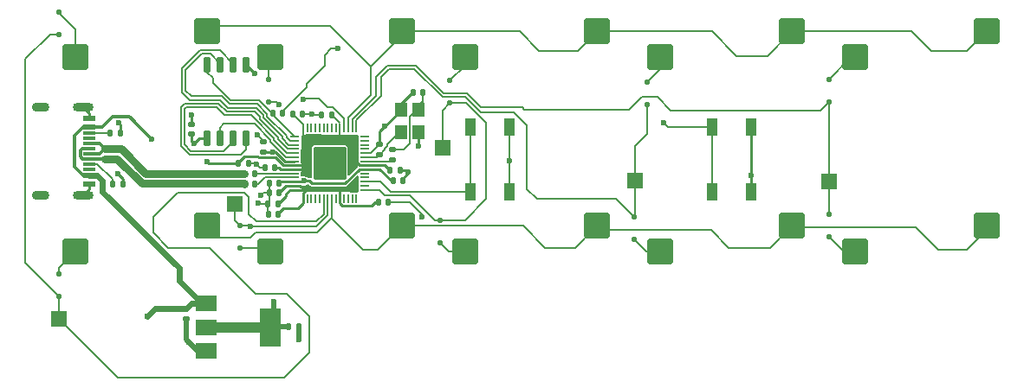
<source format=gbr>
%TF.GenerationSoftware,KiCad,Pcbnew,(7.0.0-0)*%
%TF.CreationDate,2023-04-10T20:33:14-04:00*%
%TF.ProjectId,KnGYT,4b6e4759-542e-46b6-9963-61645f706362,rev?*%
%TF.SameCoordinates,Original*%
%TF.FileFunction,Copper,L2,Bot*%
%TF.FilePolarity,Positive*%
%FSLAX46Y46*%
G04 Gerber Fmt 4.6, Leading zero omitted, Abs format (unit mm)*
G04 Created by KiCad (PCBNEW (7.0.0-0)) date 2023-04-10 20:33:14*
%MOMM*%
%LPD*%
G01*
G04 APERTURE LIST*
G04 Aperture macros list*
%AMRoundRect*
0 Rectangle with rounded corners*
0 $1 Rounding radius*
0 $2 $3 $4 $5 $6 $7 $8 $9 X,Y pos of 4 corners*
0 Add a 4 corners polygon primitive as box body*
4,1,4,$2,$3,$4,$5,$6,$7,$8,$9,$2,$3,0*
0 Add four circle primitives for the rounded corners*
1,1,$1+$1,$2,$3*
1,1,$1+$1,$4,$5*
1,1,$1+$1,$6,$7*
1,1,$1+$1,$8,$9*
0 Add four rect primitives between the rounded corners*
20,1,$1+$1,$2,$3,$4,$5,0*
20,1,$1+$1,$4,$5,$6,$7,0*
20,1,$1+$1,$6,$7,$8,$9,0*
20,1,$1+$1,$8,$9,$2,$3,0*%
G04 Aperture macros list end*
%TA.AperFunction,SMDPad,CuDef*%
%ADD10R,1.500000X1.500000*%
%TD*%
%TA.AperFunction,SMDPad,CuDef*%
%ADD11RoundRect,0.250000X1.025000X1.000000X-1.025000X1.000000X-1.025000X-1.000000X1.025000X-1.000000X0*%
%TD*%
%TA.AperFunction,SMDPad,CuDef*%
%ADD12RoundRect,0.140000X0.140000X0.170000X-0.140000X0.170000X-0.140000X-0.170000X0.140000X-0.170000X0*%
%TD*%
%TA.AperFunction,SMDPad,CuDef*%
%ADD13RoundRect,0.140000X0.170000X-0.140000X0.170000X0.140000X-0.170000X0.140000X-0.170000X-0.140000X0*%
%TD*%
%TA.AperFunction,SMDPad,CuDef*%
%ADD14RoundRect,0.050000X-0.050000X0.387500X-0.050000X-0.387500X0.050000X-0.387500X0.050000X0.387500X0*%
%TD*%
%TA.AperFunction,SMDPad,CuDef*%
%ADD15RoundRect,0.050000X-0.387500X0.050000X-0.387500X-0.050000X0.387500X-0.050000X0.387500X0.050000X0*%
%TD*%
%TA.AperFunction,ComponentPad*%
%ADD16C,0.600000*%
%TD*%
%TA.AperFunction,SMDPad,CuDef*%
%ADD17RoundRect,0.144000X-1.456000X1.456000X-1.456000X-1.456000X1.456000X-1.456000X1.456000X1.456000X0*%
%TD*%
%TA.AperFunction,SMDPad,CuDef*%
%ADD18RoundRect,0.125000X-0.125000X0.125000X-0.125000X-0.125000X0.125000X-0.125000X0.125000X0.125000X0*%
%TD*%
%TA.AperFunction,SMDPad,CuDef*%
%ADD19R,1.160000X0.600000*%
%TD*%
%TA.AperFunction,SMDPad,CuDef*%
%ADD20R,1.160000X0.300000*%
%TD*%
%TA.AperFunction,ComponentPad*%
%ADD21O,1.700000X0.900000*%
%TD*%
%TA.AperFunction,ComponentPad*%
%ADD22O,2.000000X0.900000*%
%TD*%
%TA.AperFunction,SMDPad,CuDef*%
%ADD23R,1.000000X1.700000*%
%TD*%
%TA.AperFunction,SMDPad,CuDef*%
%ADD24RoundRect,0.125000X0.125000X-0.125000X0.125000X0.125000X-0.125000X0.125000X-0.125000X-0.125000X0*%
%TD*%
%TA.AperFunction,SMDPad,CuDef*%
%ADD25RoundRect,0.140000X-0.140000X-0.170000X0.140000X-0.170000X0.140000X0.170000X-0.140000X0.170000X0*%
%TD*%
%TA.AperFunction,SMDPad,CuDef*%
%ADD26RoundRect,0.135000X0.135000X0.185000X-0.135000X0.185000X-0.135000X-0.185000X0.135000X-0.185000X0*%
%TD*%
%TA.AperFunction,SMDPad,CuDef*%
%ADD27RoundRect,0.135000X0.185000X-0.135000X0.185000X0.135000X-0.185000X0.135000X-0.185000X-0.135000X0*%
%TD*%
%TA.AperFunction,SMDPad,CuDef*%
%ADD28RoundRect,0.150000X-0.150000X0.650000X-0.150000X-0.650000X0.150000X-0.650000X0.150000X0.650000X0*%
%TD*%
%TA.AperFunction,SMDPad,CuDef*%
%ADD29R,2.000000X1.500000*%
%TD*%
%TA.AperFunction,SMDPad,CuDef*%
%ADD30R,2.000000X3.800000*%
%TD*%
%TA.AperFunction,SMDPad,CuDef*%
%ADD31RoundRect,0.140000X-0.170000X0.140000X-0.170000X-0.140000X0.170000X-0.140000X0.170000X0.140000X0*%
%TD*%
%TA.AperFunction,SMDPad,CuDef*%
%ADD32R,1.200000X1.400000*%
%TD*%
%TA.AperFunction,ViaPad*%
%ADD33C,0.600000*%
%TD*%
%TA.AperFunction,Conductor*%
%ADD34C,0.300000*%
%TD*%
%TA.AperFunction,Conductor*%
%ADD35C,0.600000*%
%TD*%
%TA.AperFunction,Conductor*%
%ADD36C,0.250000*%
%TD*%
%TA.AperFunction,Conductor*%
%ADD37C,0.200000*%
%TD*%
%TA.AperFunction,Conductor*%
%ADD38C,0.500000*%
%TD*%
%TA.AperFunction,Conductor*%
%ADD39C,1.000000*%
%TD*%
%TA.AperFunction,Conductor*%
%ADD40C,0.800000*%
%TD*%
G04 APERTURE END LIST*
D10*
%TO.P,TP0,1,1*%
%TO.N,/COL0*%
X70249999Y-82249999D03*
%TD*%
D11*
%TO.P,SW1,1,1*%
%TO.N,Net-(D1-A)*%
X71840000Y-56610000D03*
%TO.P,SW1,2,2*%
%TO.N,/ROW0*%
X84767000Y-54070000D03*
%TD*%
D12*
%TO.P,C25,1*%
%TO.N,+3V3*%
X91770000Y-69877500D03*
%TO.P,C25,2*%
%TO.N,GND*%
X90810000Y-69877500D03*
%TD*%
D13*
%TO.P,C27,1*%
%TO.N,/XIN*%
X101600000Y-66127500D03*
%TO.P,C27,2*%
%TO.N,GND*%
X101600000Y-65167500D03*
%TD*%
D10*
%TO.P,TP4,1,1*%
%TO.N,/COL4*%
X145499999Y-68749999D03*
%TD*%
D12*
%TO.P,C18,1*%
%TO.N,+3V3*%
X96920000Y-62212500D03*
%TO.P,C18,2*%
%TO.N,GND*%
X95960000Y-62212500D03*
%TD*%
D14*
%TO.P,U4,1,IOVDD*%
%TO.N,+3V3*%
X94140000Y-63550000D03*
%TO.P,U4,2,GPIO0*%
%TO.N,unconnected-(U4-GPIO0-Pad2)*%
X94540000Y-63550000D03*
%TO.P,U4,3,GPIO1*%
%TO.N,unconnected-(U4-GPIO1-Pad3)*%
X94940000Y-63550000D03*
%TO.P,U4,4,GPIO2*%
%TO.N,unconnected-(U4-GPIO2-Pad4)*%
X95340000Y-63550000D03*
%TO.P,U4,5,GPIO3*%
%TO.N,unconnected-(U4-GPIO3-Pad5)*%
X95740000Y-63550000D03*
%TO.P,U4,6,GPIO4*%
%TO.N,unconnected-(U4-GPIO4-Pad6)*%
X96140000Y-63550000D03*
%TO.P,U4,7,GPIO5*%
%TO.N,unconnected-(U4-GPIO5-Pad7)*%
X96540000Y-63550000D03*
%TO.P,U4,8,GPIO6*%
%TO.N,unconnected-(U4-GPIO6-Pad8)*%
X96940000Y-63550000D03*
%TO.P,U4,9,GPIO7*%
%TO.N,unconnected-(U4-GPIO7-Pad9)*%
X97340000Y-63550000D03*
%TO.P,U4,10,IOVDD*%
%TO.N,+3V3*%
X97740000Y-63550000D03*
%TO.P,U4,11,GPIO8*%
%TO.N,/NEO3V3*%
X98140000Y-63550000D03*
%TO.P,U4,12,GPIO9*%
%TO.N,/ROW0*%
X98540000Y-63550000D03*
%TO.P,U4,13,GPIO10*%
%TO.N,/COL4*%
X98940000Y-63550000D03*
%TO.P,U4,14,GPIO11*%
%TO.N,/COL3*%
X99340000Y-63550000D03*
D15*
%TO.P,U4,15,GPIO12*%
%TO.N,unconnected-(U4-GPIO12-Pad15)*%
X100177500Y-64387500D03*
%TO.P,U4,16,GPIO13*%
%TO.N,unconnected-(U4-GPIO13-Pad16)*%
X100177500Y-64787500D03*
%TO.P,U4,17,GPIO14*%
%TO.N,unconnected-(U4-GPIO14-Pad17)*%
X100177500Y-65187500D03*
%TO.P,U4,18,GPIO15*%
%TO.N,unconnected-(U4-GPIO15-Pad18)*%
X100177500Y-65587500D03*
%TO.P,U4,19,TESTEN*%
%TO.N,GND*%
X100177500Y-65987500D03*
%TO.P,U4,20,XIN*%
%TO.N,/XIN*%
X100177500Y-66387500D03*
%TO.P,U4,21,XOUT*%
%TO.N,/XOUT*%
X100177500Y-66787500D03*
%TO.P,U4,22,IOVDD*%
%TO.N,+3V3*%
X100177500Y-67187500D03*
%TO.P,U4,23,DVDD*%
%TO.N,+1V1*%
X100177500Y-67587500D03*
%TO.P,U4,24,SWCLK*%
%TO.N,unconnected-(U4-SWCLK-Pad24)*%
X100177500Y-67987500D03*
%TO.P,U4,25,SWD*%
%TO.N,unconnected-(U4-SWD-Pad25)*%
X100177500Y-68387500D03*
%TO.P,U4,26,RUN*%
%TO.N,/RUN*%
X100177500Y-68787500D03*
%TO.P,U4,27,GPIO16*%
%TO.N,unconnected-(U4-GPIO16-Pad27)*%
X100177500Y-69187500D03*
%TO.P,U4,28,GPIO17*%
%TO.N,/COL2*%
X100177500Y-69587500D03*
D14*
%TO.P,U4,29,GPIO18*%
%TO.N,unconnected-(U4-GPIO18-Pad29)*%
X99340000Y-70425000D03*
%TO.P,U4,30,GPIO19*%
%TO.N,unconnected-(U4-GPIO19-Pad30)*%
X98940000Y-70425000D03*
%TO.P,U4,31,GPIO20*%
%TO.N,unconnected-(U4-GPIO20-Pad31)*%
X98540000Y-70425000D03*
%TO.P,U4,32,GPIO21*%
%TO.N,unconnected-(U4-GPIO21-Pad32)*%
X98140000Y-70425000D03*
%TO.P,U4,33,IOVDD*%
%TO.N,+3V3*%
X97740000Y-70425000D03*
%TO.P,U4,34,GPIO22*%
%TO.N,unconnected-(U4-GPIO22-Pad34)*%
X97340000Y-70425000D03*
%TO.P,U4,35,GPIO23*%
%TO.N,/ROW1*%
X96940000Y-70425000D03*
%TO.P,U4,36,GPIO24*%
%TO.N,/COL1*%
X96540000Y-70425000D03*
%TO.P,U4,37,GPIO25*%
%TO.N,/COL0*%
X96140000Y-70425000D03*
%TO.P,U4,38,GPIO26_ADC0*%
%TO.N,unconnected-(U4-GPIO26_ADC0-Pad38)*%
X95740000Y-70425000D03*
%TO.P,U4,39,GPIO27_ADC1*%
%TO.N,unconnected-(U4-GPIO27_ADC1-Pad39)*%
X95340000Y-70425000D03*
%TO.P,U4,40,GPIO28_ADC2*%
%TO.N,unconnected-(U4-GPIO28_ADC2-Pad40)*%
X94940000Y-70425000D03*
%TO.P,U4,41,GPIO29_ADC3*%
%TO.N,unconnected-(U4-GPIO29_ADC3-Pad41)*%
X94540000Y-70425000D03*
%TO.P,U4,42,IOVDD*%
%TO.N,+3V3*%
X94140000Y-70425000D03*
D15*
%TO.P,U4,43,ADC_AVDD*%
X93302500Y-69587500D03*
%TO.P,U4,44,VREG_IN*%
X93302500Y-69187500D03*
%TO.P,U4,45,VREG_VOUT*%
%TO.N,+1V1*%
X93302500Y-68787500D03*
%TO.P,U4,46,USB_DM*%
%TO.N,Net-(U4-USB_DM)*%
X93302500Y-68387500D03*
%TO.P,U4,47,USB_DP*%
%TO.N,Net-(U4-USB_DP)*%
X93302500Y-67987500D03*
%TO.P,U4,48,USB_VDD*%
%TO.N,+3V3*%
X93302500Y-67587500D03*
%TO.P,U4,49,IOVDD*%
X93302500Y-67187500D03*
%TO.P,U4,50,DVDD*%
%TO.N,+1V1*%
X93302500Y-66787500D03*
%TO.P,U4,51,QSPI_SD3*%
%TO.N,/QSPI_SD3*%
X93302500Y-66387500D03*
%TO.P,U4,52,QSPI_SCLK*%
%TO.N,/QSPI_SCLK*%
X93302500Y-65987500D03*
%TO.P,U4,53,QSPI_SD0*%
%TO.N,/QSPI_SD0*%
X93302500Y-65587500D03*
%TO.P,U4,54,QSPI_SD2*%
%TO.N,/QSPI_SD2*%
X93302500Y-65187500D03*
%TO.P,U4,55,QSPI_SD1*%
%TO.N,/QSPI_SD1*%
X93302500Y-64787500D03*
%TO.P,U4,56,QSPI_SS*%
%TO.N,/QSPI_SS*%
X93302500Y-64387500D03*
D16*
%TO.P,U4,57,GND*%
%TO.N,GND*%
X98015000Y-65712500D03*
X96740000Y-65712500D03*
X95465000Y-65712500D03*
X98015000Y-66987500D03*
X96740000Y-66987500D03*
D17*
X96740000Y-66987500D03*
D16*
X95465000Y-66987500D03*
X98015000Y-68262500D03*
X96740000Y-68262500D03*
X95465000Y-68262500D03*
%TD*%
D18*
%TO.P,D8,1,K*%
%TO.N,/COL2*%
X107500000Y-72550000D03*
%TO.P,D8,2,A*%
%TO.N,Net-(D8-A)*%
X107500000Y-74750000D03*
%TD*%
D19*
%TO.P,J1,A1,GND*%
%TO.N,GND*%
X73249999Y-69004999D03*
%TO.P,J1,A4,VBUS*%
%TO.N,+5V*%
X73249999Y-68204999D03*
D20*
%TO.P,J1,A5,CC1*%
%TO.N,/USB_CC1*%
X73249999Y-67054999D03*
%TO.P,J1,A6,D+*%
%TO.N,/USB_D+*%
X73249999Y-66054999D03*
%TO.P,J1,A7,D-*%
%TO.N,/USB_D-*%
X73249999Y-65554999D03*
%TO.P,J1,A8,SBU1*%
%TO.N,unconnected-(J1-SBU1-PadA8)*%
X73249999Y-64554999D03*
D19*
%TO.P,J1,A9,VBUS*%
%TO.N,+5V*%
X73249999Y-63404999D03*
%TO.P,J1,A12,GND*%
%TO.N,GND*%
X73249999Y-62604999D03*
%TO.P,J1,B1,GND*%
X73249999Y-62604999D03*
%TO.P,J1,B4,VBUS*%
%TO.N,+5V*%
X73249999Y-63404999D03*
D20*
%TO.P,J1,B5,CC2*%
%TO.N,/USB_CC2*%
X73249999Y-64054999D03*
%TO.P,J1,B6,D+*%
%TO.N,/USB_D+*%
X73249999Y-65054999D03*
%TO.P,J1,B7,D-*%
%TO.N,/USB_D-*%
X73249999Y-66554999D03*
%TO.P,J1,B8,SBU2*%
%TO.N,unconnected-(J1-SBU2-PadB8)*%
X73249999Y-67554999D03*
D19*
%TO.P,J1,B9,VBUS*%
%TO.N,+5V*%
X73249999Y-68204999D03*
%TO.P,J1,B12,GND*%
%TO.N,GND*%
X73249999Y-69004999D03*
D21*
%TO.P,J1,S1,SHIELD*%
X68499999Y-70124999D03*
D22*
X72669999Y-70124999D03*
D21*
X68499999Y-61484999D03*
D22*
X72669999Y-61484999D03*
%TD*%
D23*
%TO.P,SW12,1,1*%
%TO.N,GND*%
X114299999Y-69749999D03*
X114299999Y-63449999D03*
%TO.P,SW12,2,2*%
%TO.N,/RUN*%
X110499999Y-69749999D03*
X110499999Y-63449999D03*
%TD*%
D12*
%TO.P,C14,1*%
%TO.N,+3V3*%
X91694000Y-72025500D03*
%TO.P,C14,2*%
%TO.N,GND*%
X90734000Y-72025500D03*
%TD*%
D24*
%TO.P,D3,1,K*%
%TO.N,/COL2*%
X108500000Y-61100000D03*
%TO.P,D3,2,A*%
%TO.N,Net-(D3-A)*%
X108500000Y-58900000D03*
%TD*%
D10*
%TO.P,TP2,1,1*%
%TO.N,/COL2*%
X107749999Y-65499999D03*
%TD*%
D25*
%TO.P,C23,1*%
%TO.N,+3V3*%
X92750000Y-83000000D03*
%TO.P,C23,2*%
%TO.N,GND*%
X93710000Y-83000000D03*
%TD*%
D24*
%TO.P,D6,1,K*%
%TO.N,/COL0*%
X70250000Y-80000000D03*
%TO.P,D6,2,A*%
%TO.N,Net-(D6-A)*%
X70250000Y-77800000D03*
%TD*%
D13*
%TO.P,C26,1*%
%TO.N,+3V3*%
X83250000Y-64130000D03*
%TO.P,C26,2*%
%TO.N,GND*%
X83250000Y-63170000D03*
%TD*%
D26*
%TO.P,R4,1*%
%TO.N,GND*%
X76525000Y-69000000D03*
%TO.P,R4,2*%
%TO.N,/USB_CC1*%
X75505000Y-69000000D03*
%TD*%
D24*
%TO.P,D4,1,K*%
%TO.N,/COL3*%
X127750000Y-61200000D03*
%TO.P,D4,2,A*%
%TO.N,Net-(D4-A)*%
X127750000Y-59000000D03*
%TD*%
D18*
%TO.P,D7,1,K*%
%TO.N,/COL1*%
X88000000Y-73050000D03*
%TO.P,D7,2,A*%
%TO.N,Net-(D7-A)*%
X88000000Y-75250000D03*
%TD*%
D12*
%TO.P,C28,1*%
%TO.N,Net-(C28-Pad1)*%
X105862000Y-60087500D03*
%TO.P,C28,2*%
%TO.N,GND*%
X104902000Y-60087500D03*
%TD*%
D27*
%TO.P,R6,1*%
%TO.N,/XOUT*%
X102870000Y-66691500D03*
%TO.P,R6,2*%
%TO.N,Net-(C28-Pad1)*%
X102870000Y-65671500D03*
%TD*%
D25*
%TO.P,R2,1*%
%TO.N,/USB_D-*%
X88430000Y-68997500D03*
%TO.P,R2,2*%
%TO.N,Net-(U4-USB_DM)*%
X89390000Y-68997500D03*
%TD*%
%TO.P,C17,1*%
%TO.N,+3V3*%
X93140000Y-62207500D03*
%TO.P,C17,2*%
%TO.N,GND*%
X94100000Y-62207500D03*
%TD*%
D24*
%TO.P,D1,1,K*%
%TO.N,/COL0*%
X70250000Y-54350000D03*
%TO.P,D1,2,A*%
%TO.N,Net-(D1-A)*%
X70250000Y-52150000D03*
%TD*%
D10*
%TO.P,TP1,1,1*%
%TO.N,/COL1*%
X87499999Y-70999999D03*
%TD*%
D25*
%TO.P,C21,1*%
%TO.N,+3V3*%
X87815000Y-66975000D03*
%TO.P,C21,2*%
%TO.N,GND*%
X88775000Y-66975000D03*
%TD*%
D12*
%TO.P,C15,1*%
%TO.N,+3V3*%
X91666000Y-71009500D03*
%TO.P,C15,2*%
%TO.N,GND*%
X90706000Y-71009500D03*
%TD*%
%TO.P,C20,1*%
%TO.N,+3V3*%
X91355000Y-67375000D03*
%TO.P,C20,2*%
%TO.N,GND*%
X90395000Y-67375000D03*
%TD*%
D25*
%TO.P,R1,1*%
%TO.N,/USB_D+*%
X88425000Y-67972500D03*
%TO.P,R1,2*%
%TO.N,Net-(U4-USB_DP)*%
X89385000Y-67972500D03*
%TD*%
D28*
%TO.P,U3,1,~{CS}*%
%TO.N,/QSPI_SS*%
X84765000Y-57325000D03*
%TO.P,U3,2,DO(IO1)*%
%TO.N,/QSPI_SD1*%
X86035000Y-57325000D03*
%TO.P,U3,3,IO2*%
%TO.N,/QSPI_SD2*%
X87305000Y-57325000D03*
%TO.P,U3,4,GND*%
%TO.N,GND*%
X88575000Y-57325000D03*
%TO.P,U3,5,DI(IO0)*%
%TO.N,/QSPI_SD0*%
X88575000Y-64525000D03*
%TO.P,U3,6,CLK*%
%TO.N,/QSPI_SCLK*%
X87305000Y-64525000D03*
%TO.P,U3,7,IO3*%
%TO.N,/QSPI_SD3*%
X86035000Y-64525000D03*
%TO.P,U3,8,VCC*%
%TO.N,+3V3*%
X84765000Y-64525000D03*
%TD*%
D10*
%TO.P,TP3,1,1*%
%TO.N,/COL3*%
X126574999Y-68674999D03*
%TD*%
D11*
%TO.P,SW7,1,1*%
%TO.N,Net-(D7-A)*%
X90890000Y-75660000D03*
%TO.P,SW7,2,2*%
%TO.N,/ROW1*%
X103817000Y-73120000D03*
%TD*%
D12*
%TO.P,C24,1*%
%TO.N,+1V1*%
X91790000Y-68897500D03*
%TO.P,C24,2*%
%TO.N,GND*%
X90830000Y-68897500D03*
%TD*%
D11*
%TO.P,SW9,1,1*%
%TO.N,Net-(D9-A)*%
X128990000Y-75660000D03*
%TO.P,SW9,2,2*%
%TO.N,/ROW1*%
X141917000Y-73120000D03*
%TD*%
D29*
%TO.P,U2,1,GND*%
%TO.N,GND*%
X84649999Y-85349999D03*
%TO.P,U2,2,VO*%
%TO.N,+3V3*%
X84649999Y-83049999D03*
D30*
X90949999Y-83049999D03*
D29*
%TO.P,U2,3,VI*%
%TO.N,+5V*%
X84649999Y-80749999D03*
%TD*%
D25*
%TO.P,C16,1*%
%TO.N,+3V3*%
X101500000Y-70775000D03*
%TO.P,C16,2*%
%TO.N,GND*%
X102460000Y-70775000D03*
%TD*%
%TO.P,C13,1*%
%TO.N,+1V1*%
X102926000Y-68723500D03*
%TO.P,C13,2*%
%TO.N,GND*%
X103886000Y-68723500D03*
%TD*%
D11*
%TO.P,SW5,1,1*%
%TO.N,Net-(D5-A)*%
X148040000Y-56610000D03*
%TO.P,SW5,2,2*%
%TO.N,/ROW0*%
X160967000Y-54070000D03*
%TD*%
%TO.P,SW3,1,1*%
%TO.N,Net-(D3-A)*%
X109940000Y-56610000D03*
%TO.P,SW3,2,2*%
%TO.N,/ROW0*%
X122867000Y-54070000D03*
%TD*%
D25*
%TO.P,R5,1*%
%TO.N,/QSPI_SS*%
X91150000Y-62050000D03*
%TO.P,R5,2*%
%TO.N,/~{USB_BOOT}*%
X92110000Y-62050000D03*
%TD*%
D24*
%TO.P,D2,1,K*%
%TO.N,/COL1*%
X90750000Y-60950000D03*
%TO.P,D2,2,A*%
%TO.N,Net-(D2-A)*%
X90750000Y-58750000D03*
%TD*%
D25*
%TO.P,C19,1*%
%TO.N,+3V3*%
X102644000Y-67707500D03*
%TO.P,C19,2*%
%TO.N,GND*%
X103604000Y-67707500D03*
%TD*%
D24*
%TO.P,D5,1,K*%
%TO.N,/COL4*%
X145500000Y-61000000D03*
%TO.P,D5,2,A*%
%TO.N,Net-(D5-A)*%
X145500000Y-58800000D03*
%TD*%
D26*
%TO.P,R3,1*%
%TO.N,GND*%
X76275000Y-64000000D03*
%TO.P,R3,2*%
%TO.N,/USB_CC2*%
X75255000Y-64000000D03*
%TD*%
D11*
%TO.P,SW8,1,1*%
%TO.N,Net-(D8-A)*%
X109940000Y-75660000D03*
%TO.P,SW8,2,2*%
%TO.N,/ROW1*%
X122867000Y-73120000D03*
%TD*%
%TO.P,SW4,1,1*%
%TO.N,Net-(D4-A)*%
X128990000Y-56610000D03*
%TO.P,SW4,2,2*%
%TO.N,/ROW0*%
X141917000Y-54070000D03*
%TD*%
D18*
%TO.P,D9,1,K*%
%TO.N,/COL3*%
X126500000Y-72250000D03*
%TO.P,D9,2,A*%
%TO.N,Net-(D9-A)*%
X126500000Y-74450000D03*
%TD*%
D11*
%TO.P,SW2,1,1*%
%TO.N,Net-(D2-A)*%
X90890000Y-56610000D03*
%TO.P,SW2,2,2*%
%TO.N,/ROW0*%
X103817000Y-54070000D03*
%TD*%
D23*
%TO.P,SW11,1,1*%
%TO.N,GND*%
X137949999Y-69749999D03*
X137949999Y-63449999D03*
%TO.P,SW11,2,2*%
%TO.N,/~{USB_BOOT}*%
X134149999Y-69749999D03*
X134149999Y-63449999D03*
%TD*%
D11*
%TO.P,SW10,1,1*%
%TO.N,Net-(D10-A)*%
X148040000Y-75660000D03*
%TO.P,SW10,2,2*%
%TO.N,/ROW1*%
X160967000Y-73120000D03*
%TD*%
D31*
%TO.P,C22,1*%
%TO.N,+5V*%
X82750000Y-81250000D03*
%TO.P,C22,2*%
%TO.N,GND*%
X82750000Y-82210000D03*
%TD*%
D32*
%TO.P,Y1,1,1*%
%TO.N,/XIN*%
X103701999Y-63947499D03*
%TO.P,Y1,2,2*%
%TO.N,GND*%
X103701999Y-61747499D03*
%TO.P,Y1,3,3*%
%TO.N,Net-(C28-Pad1)*%
X105401999Y-61747499D03*
%TO.P,Y1,4,4*%
%TO.N,GND*%
X105401999Y-63947499D03*
%TD*%
D18*
%TO.P,D10,1,K*%
%TO.N,/COL4*%
X145500000Y-72000000D03*
%TO.P,D10,2,A*%
%TO.N,Net-(D10-A)*%
X145500000Y-74200000D03*
%TD*%
D13*
%TO.P,C12,1*%
%TO.N,+1V1*%
X90250000Y-65875000D03*
%TO.P,C12,2*%
%TO.N,GND*%
X90250000Y-64915000D03*
%TD*%
D11*
%TO.P,SW6,1,1*%
%TO.N,Net-(D6-A)*%
X71840000Y-75660000D03*
%TO.P,SW6,2,2*%
%TO.N,/ROW1*%
X84767000Y-73120000D03*
%TD*%
D33*
%TO.N,+5V*%
X78925000Y-81975000D03*
X79350000Y-64650000D03*
%TO.N,GND*%
X137950000Y-68200000D03*
X89750000Y-70897500D03*
X76000000Y-68025000D03*
X114310000Y-66752000D03*
X105410000Y-65271500D03*
X93750000Y-84250000D03*
X89703224Y-64221776D03*
X105725000Y-72275000D03*
X83000000Y-84500000D03*
X104422000Y-67811500D03*
X83250000Y-62275000D03*
X90000000Y-70147500D03*
X102108000Y-63389500D03*
X95000000Y-62147500D03*
X76115000Y-63025000D03*
X89600000Y-67050000D03*
X89425000Y-58225000D03*
%TO.N,+1V1*%
X94234000Y-68723500D03*
X91153504Y-65857276D03*
%TO.N,+3V3*%
X91250000Y-80500000D03*
X84775000Y-66825000D03*
X83450000Y-65050000D03*
X99060000Y-69231500D03*
X99060000Y-66437500D03*
%TO.N,/COL1*%
X88975000Y-73200000D03*
X91750000Y-61200500D03*
%TO.N,/~{USB_BOOT}*%
X129400000Y-63025000D03*
X97500000Y-55725000D03*
%TO.N,/NEO3V3*%
X94116056Y-60686056D03*
%TD*%
D34*
%TO.N,+5V*%
X77600000Y-62900000D02*
X79350000Y-64650000D01*
D35*
X84250000Y-80750000D02*
X84650000Y-80750000D01*
X82750000Y-81250000D02*
X79650000Y-81250000D01*
X79650000Y-81250000D02*
X78925000Y-81975000D01*
D34*
X72670000Y-68205000D02*
X73250000Y-68205000D01*
D35*
X74515000Y-68690000D02*
X74515000Y-69765000D01*
X84650000Y-80750000D02*
X83250000Y-80750000D01*
D34*
X75500000Y-62425000D02*
X77150000Y-62425000D01*
D35*
X74030000Y-68205000D02*
X74515000Y-68690000D01*
D34*
X77600000Y-62875000D02*
X77600000Y-62900000D01*
X77150000Y-62425000D02*
X77600000Y-62875000D01*
D35*
X73250000Y-68205000D02*
X74030000Y-68205000D01*
X82000000Y-77250000D02*
X82000000Y-78500000D01*
X82000000Y-78500000D02*
X84250000Y-80750000D01*
D34*
X71765000Y-67300000D02*
X72670000Y-68205000D01*
D35*
X74515000Y-69765000D02*
X82000000Y-77250000D01*
D34*
X73250000Y-63405000D02*
X74520000Y-63405000D01*
D35*
X83250000Y-80750000D02*
X82750000Y-81250000D01*
D34*
X72670000Y-63405000D02*
X71765000Y-64310000D01*
X74520000Y-63405000D02*
X75500000Y-62425000D01*
X73250000Y-63405000D02*
X72670000Y-63405000D01*
X71765000Y-64310000D02*
X71765000Y-67300000D01*
D36*
%TO.N,GND*%
X101600000Y-65167500D02*
X101600000Y-63897500D01*
D37*
X88775000Y-66975000D02*
X89525000Y-66975000D01*
D36*
X73250000Y-69545000D02*
X72670000Y-70125000D01*
D37*
X94940000Y-62207500D02*
X95000000Y-62147500D01*
X90830000Y-69857500D02*
X90810000Y-69877500D01*
X104525000Y-70775000D02*
X105725000Y-71975000D01*
D36*
X88575000Y-57325000D02*
X88575000Y-57375000D01*
D37*
X114300000Y-63450000D02*
X114300000Y-66742000D01*
X95065000Y-62212500D02*
X95000000Y-62147500D01*
D36*
X76525000Y-69000000D02*
X76525000Y-68550000D01*
D37*
X102460000Y-70775000D02*
X104525000Y-70775000D01*
X89862000Y-71009500D02*
X89750000Y-70897500D01*
D36*
X103702000Y-61350000D02*
X103702000Y-61398000D01*
D37*
X90250000Y-64768552D02*
X89703224Y-64221776D01*
D36*
X73250000Y-62605000D02*
X73250000Y-62065000D01*
D37*
X90706000Y-71009500D02*
X90706000Y-71997500D01*
D36*
X104902000Y-59937500D02*
X103702000Y-61137500D01*
D38*
X82750000Y-82210000D02*
X82750000Y-84250000D01*
D37*
X105725000Y-71975000D02*
X105725000Y-72275000D01*
X90395000Y-67375000D02*
X89925000Y-67375000D01*
X94100000Y-62207500D02*
X94940000Y-62207500D01*
X90810000Y-69877500D02*
X90270000Y-69877500D01*
X93710000Y-84210000D02*
X93750000Y-84250000D01*
X89925000Y-67375000D02*
X89600000Y-67050000D01*
D38*
X83850000Y-85350000D02*
X84650000Y-85350000D01*
D36*
X137950000Y-66450000D02*
X137950000Y-69750000D01*
D37*
X90706000Y-71009500D02*
X89862000Y-71009500D01*
D36*
X76525000Y-68550000D02*
X76000000Y-68025000D01*
D37*
X90250000Y-64915000D02*
X90250000Y-64768552D01*
D36*
X73250000Y-62065000D02*
X72670000Y-61485000D01*
D37*
X90270000Y-69877500D02*
X90000000Y-70147500D01*
D36*
X103886000Y-68723500D02*
X103886000Y-68497500D01*
D38*
X93710000Y-83000000D02*
X93710000Y-84210000D01*
D37*
X100780000Y-65987500D02*
X101600000Y-65167500D01*
X90810000Y-69877500D02*
X90810000Y-70905500D01*
D36*
X101600000Y-63897500D02*
X102108000Y-63389500D01*
X83250000Y-63170000D02*
X83250000Y-62275000D01*
D37*
X89525000Y-66975000D02*
X89600000Y-67050000D01*
D38*
X83000000Y-84500000D02*
X83850000Y-85350000D01*
D36*
X105402000Y-63797500D02*
X105402000Y-65263500D01*
X103604000Y-67707500D02*
X104168000Y-67707500D01*
X73250000Y-69005000D02*
X73250000Y-69545000D01*
X137950000Y-63450000D02*
X137950000Y-66450000D01*
D37*
X95960000Y-62212500D02*
X95065000Y-62212500D01*
X100177500Y-65987500D02*
X100780000Y-65987500D01*
X90810000Y-70905500D02*
X90706000Y-71009500D01*
D36*
X88575000Y-57375000D02*
X89425000Y-58225000D01*
X105402000Y-65263500D02*
X105410000Y-65271500D01*
D37*
X114300000Y-69750000D02*
X114300000Y-66762000D01*
X90830000Y-68897500D02*
X90830000Y-69857500D01*
D36*
X76275000Y-64000000D02*
X76275000Y-63185000D01*
D38*
X82750000Y-84250000D02*
X83000000Y-84500000D01*
D36*
X103702000Y-61795500D02*
X102108000Y-63389500D01*
X103886000Y-68497500D02*
X104422000Y-67961500D01*
%TO.N,+1V1*%
X90250000Y-65875000D02*
X91135780Y-65875000D01*
X91135780Y-65875000D02*
X91153504Y-65857276D01*
X94234000Y-68723500D02*
X94170000Y-68787500D01*
X94742000Y-68723500D02*
X94996000Y-68977500D01*
X99644555Y-67587500D02*
X100177500Y-67587500D01*
X91400286Y-65857276D02*
X91153504Y-65857276D01*
X94234000Y-68723500D02*
X94742000Y-68723500D01*
X93302500Y-68787500D02*
X91900000Y-68787500D01*
X101627101Y-67587500D02*
X102763101Y-68723500D01*
X91900000Y-68787500D02*
X91790000Y-68897500D01*
X100177500Y-67587500D02*
X101627101Y-67587500D01*
X91400286Y-65857276D02*
X92330510Y-66787500D01*
X94996000Y-68977500D02*
X98254555Y-68977500D01*
X102763101Y-68723500D02*
X102926000Y-68723500D01*
X93302500Y-66787500D02*
X92330510Y-66787500D01*
X98254555Y-68977500D02*
X99644555Y-67587500D01*
X94170000Y-68787500D02*
X93302500Y-68787500D01*
%TO.N,+3V3*%
X94140000Y-70425000D02*
X94140000Y-69927881D01*
X97790000Y-69485500D02*
X98044000Y-69485500D01*
X91987500Y-67587500D02*
X93302500Y-67587500D01*
X101500000Y-70775000D02*
X101172500Y-70775000D01*
X93302500Y-69587500D02*
X92862000Y-69587500D01*
X84925000Y-66975000D02*
X84775000Y-66825000D01*
D38*
X92750000Y-83000000D02*
X91000000Y-83000000D01*
D37*
X91000000Y-83000000D02*
X90950000Y-83050000D01*
D36*
X94582381Y-69485500D02*
X94742000Y-69485500D01*
X83250000Y-64130000D02*
X83250000Y-64850000D01*
X97740000Y-70425000D02*
X97740000Y-70922119D01*
D37*
X94140000Y-63550000D02*
X94140000Y-64537500D01*
D36*
X93302500Y-69187500D02*
X92460000Y-69187500D01*
D37*
X94140000Y-64537500D02*
X94500000Y-64897500D01*
D36*
X91775000Y-67375000D02*
X91987500Y-67587500D01*
X94234000Y-67453500D02*
X94234000Y-67199500D01*
X99060000Y-66437500D02*
X99060000Y-66567119D01*
D39*
X90950000Y-83050000D02*
X84650000Y-83050000D01*
D36*
X87815000Y-66975000D02*
X87815000Y-66890330D01*
X87815000Y-66890330D02*
X88430330Y-66275000D01*
X101172500Y-70775000D02*
X100800000Y-71147500D01*
X84765000Y-64525000D02*
X83975000Y-64525000D01*
X83975000Y-64525000D02*
X83450000Y-65050000D01*
X91409600Y-66432276D02*
X92164824Y-67187500D01*
X91694000Y-71009500D02*
X91666000Y-71009500D01*
X92456000Y-70247500D02*
X91694000Y-71009500D01*
X94140000Y-69927881D02*
X94582381Y-69485500D01*
X93800000Y-69187500D02*
X93302500Y-69187500D01*
X92164824Y-67187500D02*
X93302500Y-67187500D01*
D37*
X94140000Y-63207500D02*
X93140000Y-62207500D01*
D36*
X100177500Y-67187500D02*
X102124000Y-67187500D01*
X93314500Y-67199500D02*
X93302500Y-67187500D01*
X94100000Y-67587500D02*
X94234000Y-67453500D01*
X97740000Y-69535500D02*
X97790000Y-69485500D01*
X94234000Y-67199500D02*
X93314500Y-67199500D01*
X102124000Y-67187500D02*
X102644000Y-67707500D01*
X91355000Y-67375000D02*
X91775000Y-67375000D01*
X92202000Y-71367500D02*
X91694000Y-71875500D01*
X92456000Y-69993500D02*
X92456000Y-70247500D01*
X89675000Y-66275000D02*
X89832276Y-66432276D01*
X94140000Y-70425000D02*
X94140000Y-70910000D01*
X87815000Y-66975000D02*
X84925000Y-66975000D01*
X97740000Y-70425000D02*
X97740000Y-69535500D01*
X94472173Y-69298500D02*
X94183173Y-69587500D01*
X94183173Y-69587500D02*
X93302500Y-69587500D01*
D38*
X91250000Y-80500000D02*
X91250000Y-82750000D01*
D36*
X93911000Y-69298500D02*
X93800000Y-69187500D01*
X94555000Y-69298500D02*
X93911000Y-69298500D01*
X94140000Y-70910000D02*
X93682500Y-71367500D01*
D37*
X97740000Y-63032500D02*
X96920000Y-62212500D01*
D36*
X99060000Y-66567119D02*
X99680381Y-67187500D01*
D37*
X97740000Y-63550000D02*
X97740000Y-64637500D01*
D36*
X92460000Y-69187500D02*
X91770000Y-69877500D01*
X93682500Y-71367500D02*
X92202000Y-71367500D01*
X89832276Y-66432276D02*
X91409600Y-66432276D01*
X94472173Y-69298500D02*
X94555000Y-69298500D01*
X97740000Y-70922119D02*
X97965381Y-71147500D01*
X99680381Y-67187500D02*
X100177500Y-67187500D01*
D38*
X91250000Y-82750000D02*
X91000000Y-83000000D01*
D36*
X88430330Y-66275000D02*
X89675000Y-66275000D01*
X83250000Y-64850000D02*
X83450000Y-65050000D01*
X94555000Y-69298500D02*
X94742000Y-69485500D01*
X93302500Y-67587500D02*
X94100000Y-67587500D01*
X97965381Y-71147500D02*
X100800000Y-71147500D01*
D37*
X94140000Y-63550000D02*
X94140000Y-63207500D01*
D36*
X92862000Y-69587500D02*
X92456000Y-69993500D01*
D37*
%TO.N,/XIN*%
X101656000Y-66127500D02*
X102108000Y-65675500D01*
X102108000Y-65569028D02*
X102362000Y-65315028D01*
X103582000Y-63947500D02*
X103702000Y-63947500D01*
X101600000Y-66127500D02*
X101656000Y-66127500D01*
X102108000Y-65675500D02*
X102108000Y-65569028D01*
X101340000Y-66387500D02*
X100177500Y-66387500D01*
X102362000Y-65315028D02*
X102362000Y-65167500D01*
X101600000Y-66127500D02*
X101340000Y-66387500D01*
X102362000Y-65167500D02*
X103582000Y-63947500D01*
%TO.N,Net-(C28-Pad1)*%
X105862000Y-60890000D02*
X105402000Y-61350000D01*
X103953500Y-65671500D02*
X104552000Y-65073000D01*
X104552000Y-62447500D02*
X105402000Y-61597500D01*
X105862000Y-59937500D02*
X105862000Y-61137500D01*
X104552000Y-65073000D02*
X104552000Y-62447500D01*
X102870000Y-65671500D02*
X103953500Y-65671500D01*
%TO.N,/COL0*%
X95450000Y-72700000D02*
X89550000Y-72700000D01*
X94750000Y-85500000D02*
X92250000Y-88000000D01*
X70250000Y-54350000D02*
X69400000Y-54350000D01*
X67000000Y-56750000D02*
X67000000Y-76750000D01*
X85000000Y-75250000D02*
X89500000Y-79750000D01*
X89550000Y-72700000D02*
X88800000Y-71950000D01*
X81900000Y-69850000D02*
X79500000Y-72250000D01*
X76000000Y-88000000D02*
X70250000Y-82250000D01*
X70250000Y-80000000D02*
X70250000Y-82250000D01*
X69400000Y-54350000D02*
X67000000Y-56750000D01*
X67000000Y-76750000D02*
X70250000Y-80000000D01*
X88800000Y-71950000D02*
X88800000Y-70300000D01*
X96140000Y-70425000D02*
X96140000Y-72010000D01*
X79500000Y-72250000D02*
X79500000Y-73806650D01*
X92500000Y-79750000D02*
X94750000Y-82000000D01*
X94750000Y-82000000D02*
X94750000Y-85500000D01*
X80943350Y-75250000D02*
X85000000Y-75250000D01*
X88350000Y-69850000D02*
X81900000Y-69850000D01*
X79500000Y-73806650D02*
X80943350Y-75250000D01*
X88800000Y-70300000D02*
X88350000Y-69850000D01*
X89500000Y-79750000D02*
X92500000Y-79750000D01*
X96140000Y-72010000D02*
X95450000Y-72700000D01*
X92250000Y-88000000D02*
X76000000Y-88000000D01*
%TO.N,Net-(D1-A)*%
X70250000Y-52150000D02*
X70250000Y-52250000D01*
X70250000Y-52250000D02*
X71840000Y-53840000D01*
X71840000Y-53840000D02*
X71840000Y-56610000D01*
%TO.N,/COL1*%
X88975000Y-73200000D02*
X95450000Y-73200000D01*
X88000000Y-73050000D02*
X88825000Y-73050000D01*
X91499500Y-60950000D02*
X91750000Y-61200500D01*
X87500000Y-71000000D02*
X87500000Y-72550000D01*
X96540000Y-72110000D02*
X96540000Y-70425000D01*
X90750000Y-60950000D02*
X91499500Y-60950000D01*
X87500000Y-72550000D02*
X88000000Y-73050000D01*
X88825000Y-73050000D02*
X88975000Y-73200000D01*
X95450000Y-73200000D02*
X96540000Y-72110000D01*
%TO.N,Net-(D2-A)*%
X90750000Y-58750000D02*
X90750000Y-56750000D01*
X90750000Y-56750000D02*
X90890000Y-56610000D01*
%TO.N,/COL2*%
X107750000Y-61850000D02*
X107750000Y-65500000D01*
X108500000Y-61100000D02*
X110100000Y-61100000D01*
X110100000Y-61100000D02*
X112000000Y-63000000D01*
X109950000Y-72550000D02*
X107500000Y-72550000D01*
X102150000Y-70100000D02*
X104600000Y-70100000D01*
X100177500Y-69587500D02*
X101637500Y-69587500D01*
X104600000Y-70100000D02*
X107050000Y-72550000D01*
X112000000Y-70500000D02*
X109950000Y-72550000D01*
X108500000Y-61100000D02*
X107750000Y-61850000D01*
X107050000Y-72550000D02*
X107500000Y-72550000D01*
X112000000Y-63000000D02*
X112000000Y-70500000D01*
X101637500Y-69587500D02*
X102150000Y-70100000D01*
%TO.N,Net-(D3-A)*%
X109940000Y-57460000D02*
X108500000Y-58900000D01*
X109940000Y-56610000D02*
X109940000Y-57460000D01*
%TO.N,/COL3*%
X99340000Y-62760000D02*
X101750000Y-60350000D01*
X116000000Y-69500000D02*
X117000000Y-70500000D01*
X117000000Y-70500000D02*
X124750000Y-70500000D01*
X127750000Y-61200000D02*
X127750000Y-64150000D01*
X126575000Y-68675000D02*
X126575000Y-72175000D01*
X107750000Y-60500000D02*
X109994974Y-60500000D01*
X114750000Y-62000000D02*
X116000000Y-63250000D01*
X126575000Y-72175000D02*
X126500000Y-72250000D01*
X127750000Y-64150000D02*
X126575000Y-65325000D01*
X116000000Y-63250000D02*
X116000000Y-69500000D01*
X111494974Y-62000000D02*
X114750000Y-62000000D01*
X109994974Y-60500000D02*
X111494974Y-62000000D01*
X105000000Y-57750000D02*
X107750000Y-60500000D01*
X124750000Y-70500000D02*
X126500000Y-72250000D01*
X101750000Y-58500000D02*
X102500000Y-57750000D01*
X99340000Y-63550000D02*
X99340000Y-62760000D01*
X102500000Y-57750000D02*
X105000000Y-57750000D01*
X126575000Y-65325000D02*
X126575000Y-68675000D01*
X101750000Y-60350000D02*
X101750000Y-58500000D01*
%TO.N,Net-(D4-A)*%
X128990000Y-56610000D02*
X128990000Y-57760000D01*
X128990000Y-57760000D02*
X127750000Y-59000000D01*
%TO.N,/COL4*%
X145500000Y-68750000D02*
X145500000Y-72000000D01*
X130075000Y-61825000D02*
X144675000Y-61825000D01*
X126025000Y-61725000D02*
X127250000Y-60500000D01*
X144675000Y-61825000D02*
X145500000Y-61000000D01*
X102355025Y-57400000D02*
X105144974Y-57400000D01*
X110139948Y-60150000D02*
X111489948Y-61500000D01*
X128750000Y-60500000D02*
X130075000Y-61825000D01*
X115550000Y-61500000D02*
X115775000Y-61725000D01*
X98940000Y-62665026D02*
X101250000Y-60355026D01*
X98940000Y-63550000D02*
X98940000Y-62665026D01*
X105144974Y-57400000D02*
X107894974Y-60150000D01*
X107894974Y-60150000D02*
X110139948Y-60150000D01*
X101250000Y-60355026D02*
X101250000Y-58505025D01*
X145500000Y-61000000D02*
X145500000Y-68750000D01*
X127250000Y-60500000D02*
X128750000Y-60500000D01*
X101250000Y-58505025D02*
X102355025Y-57400000D01*
X115775000Y-61725000D02*
X126025000Y-61725000D01*
X111489948Y-61500000D02*
X115550000Y-61500000D01*
%TO.N,Net-(D5-A)*%
X148040000Y-56610000D02*
X147690000Y-56610000D01*
X147690000Y-56610000D02*
X145500000Y-58800000D01*
%TO.N,Net-(D6-A)*%
X70250000Y-77250000D02*
X70250000Y-77800000D01*
X71840000Y-75660000D02*
X70250000Y-77250000D01*
%TO.N,Net-(D7-A)*%
X90480000Y-75250000D02*
X90890000Y-75660000D01*
X88000000Y-75250000D02*
X90480000Y-75250000D01*
%TO.N,Net-(D8-A)*%
X107500000Y-74750000D02*
X108410000Y-75660000D01*
X108410000Y-75660000D02*
X109940000Y-75660000D01*
%TO.N,Net-(D9-A)*%
X128990000Y-75660000D02*
X127710000Y-75660000D01*
X127710000Y-75660000D02*
X126500000Y-74450000D01*
%TO.N,Net-(D10-A)*%
X145500000Y-74200000D02*
X146960000Y-75660000D01*
X146960000Y-75660000D02*
X148040000Y-75660000D01*
%TO.N,/USB_CC1*%
X73250000Y-67055000D02*
X74030000Y-67055000D01*
X75505000Y-68530000D02*
X75505000Y-69000000D01*
X74030000Y-67055000D02*
X75505000Y-68530000D01*
D34*
%TO.N,/USB_D+*%
X74723784Y-65583154D02*
X74763733Y-65583154D01*
D40*
X78779252Y-68007500D02*
X76354906Y-65583154D01*
D34*
X73250000Y-66055000D02*
X74251938Y-66055000D01*
X74251938Y-66055000D02*
X74723784Y-65583154D01*
D40*
X88425000Y-67972500D02*
X88390000Y-68007500D01*
D34*
X74235579Y-65055000D02*
X74763733Y-65583154D01*
D40*
X76354906Y-65583154D02*
X74763733Y-65583154D01*
D34*
X73250000Y-65055000D02*
X74235579Y-65055000D01*
D40*
X88390000Y-68007500D02*
X78779252Y-68007500D01*
D34*
%TO.N,/USB_D-*%
X72570000Y-66555000D02*
X72365000Y-66350000D01*
D40*
X88430000Y-68997500D02*
X88390000Y-68957500D01*
D34*
X73250000Y-66555000D02*
X74693684Y-66555000D01*
X73250000Y-65555000D02*
X72560000Y-65555000D01*
D40*
X88390000Y-68957500D02*
X78385748Y-68957500D01*
D34*
X72365000Y-65750000D02*
X72365000Y-66350000D01*
D40*
X75961402Y-66533154D02*
X74763733Y-66533154D01*
X78385748Y-68957500D02*
X75961402Y-66533154D01*
D34*
X72560000Y-65555000D02*
X72365000Y-65750000D01*
D37*
%TO.N,/USB_CC2*%
X75200000Y-64055000D02*
X75255000Y-64000000D01*
X73250000Y-64055000D02*
X75200000Y-64055000D01*
%TO.N,/~{USB_BOOT}*%
X129825000Y-63450000D02*
X134150000Y-63450000D01*
X94475000Y-59550000D02*
X92110000Y-61915000D01*
X134150000Y-63450000D02*
X134150000Y-69750000D01*
X92110000Y-61915000D02*
X92110000Y-62050000D01*
X96250000Y-56375000D02*
X96250000Y-57400000D01*
X96250000Y-57400000D02*
X94475000Y-59175000D01*
X129825000Y-63450000D02*
X129400000Y-63025000D01*
X97500000Y-55725000D02*
X96900000Y-55725000D01*
X94475000Y-59175000D02*
X94475000Y-59550000D01*
X96900000Y-55725000D02*
X96250000Y-56375000D01*
%TO.N,/RUN*%
X102675000Y-69750000D02*
X101712500Y-68787500D01*
X110500000Y-63450000D02*
X110500000Y-69750000D01*
X101712500Y-68787500D02*
X100177500Y-68787500D01*
X110500000Y-69750000D02*
X102675000Y-69750000D01*
%TO.N,Net-(U4-USB_DP)*%
X93302500Y-67987500D02*
X89400000Y-67987500D01*
%TO.N,Net-(U4-USB_DM)*%
X90390000Y-68337500D02*
X89730000Y-68997500D01*
X93302500Y-68387500D02*
X92650000Y-68387500D01*
X92600000Y-68337500D02*
X90390000Y-68337500D01*
X92650000Y-68387500D02*
X92600000Y-68337500D01*
X89730000Y-68997500D02*
X89390000Y-68997500D01*
%TO.N,/QSPI_SS*%
X85350000Y-59100000D02*
X87075000Y-60825000D01*
X91150000Y-62235000D02*
X93302500Y-64387500D01*
X87075000Y-60825000D02*
X89844670Y-60825000D01*
X89844670Y-60825000D02*
X91069670Y-62050000D01*
X91069670Y-62050000D02*
X91150000Y-62050000D01*
X84765000Y-57325000D02*
X84765000Y-58065000D01*
X85350000Y-58650000D02*
X85350000Y-59100000D01*
X84765000Y-58065000D02*
X85350000Y-58650000D01*
X91150000Y-62050000D02*
X91150000Y-62235000D01*
%TO.N,/XOUT*%
X102774000Y-66787500D02*
X100177500Y-66787500D01*
X102870000Y-66691500D02*
X102774000Y-66787500D01*
%TO.N,/ROW0*%
X103817000Y-54433000D02*
X103817000Y-54070000D01*
X160967000Y-54070000D02*
X159037000Y-56000000D01*
X96750000Y-53500000D02*
X100750000Y-57500000D01*
X98540000Y-63550000D02*
X98540000Y-62485000D01*
X153570000Y-54070000D02*
X141917000Y-54070000D01*
X122867000Y-54070000D02*
X134070000Y-54070000D01*
X139500000Y-56500000D02*
X139500000Y-56487000D01*
X84767000Y-54070000D02*
X85337000Y-53500000D01*
X100750000Y-60275000D02*
X100750000Y-57500000D01*
X139500000Y-56487000D02*
X141917000Y-54070000D01*
X100750000Y-57500000D02*
X103817000Y-54433000D01*
X103817000Y-54070000D02*
X115320000Y-54070000D01*
X134070000Y-54070000D02*
X136500000Y-56500000D01*
X98540000Y-62485000D02*
X100750000Y-60275000D01*
X85337000Y-53500000D02*
X96750000Y-53500000D01*
X136500000Y-56500000D02*
X139500000Y-56500000D01*
X115320000Y-54070000D02*
X117195000Y-55945000D01*
X155500000Y-56000000D02*
X153570000Y-54070000D01*
X120992000Y-55945000D02*
X122867000Y-54070000D01*
X117195000Y-55945000D02*
X120992000Y-55945000D01*
X159037000Y-56000000D02*
X155500000Y-56000000D01*
%TO.N,/ROW1*%
X139750000Y-75250000D02*
X135750000Y-75250000D01*
X123247000Y-73500000D02*
X122867000Y-73120000D01*
X135750000Y-75250000D02*
X134000000Y-73500000D01*
X103817000Y-73120000D02*
X101437000Y-75500000D01*
X96940000Y-70425000D02*
X96940000Y-72250000D01*
X141917000Y-73120000D02*
X141880000Y-73120000D01*
X96940000Y-72310000D02*
X95465000Y-73785000D01*
X120737000Y-75250000D02*
X117750000Y-75250000D01*
X96940000Y-72250000D02*
X96940000Y-72440000D01*
X96940000Y-72440000D02*
X100000000Y-75500000D01*
X156250000Y-75500000D02*
X154000000Y-73250000D01*
X95465000Y-73785000D02*
X89465000Y-73785000D01*
X96940000Y-72250000D02*
X96940000Y-72310000D01*
X159000000Y-75500000D02*
X156250000Y-75500000D01*
X115620000Y-73120000D02*
X103817000Y-73120000D01*
X154000000Y-73250000D02*
X142047000Y-73250000D01*
X134000000Y-73500000D02*
X123247000Y-73500000D01*
X89000000Y-74250000D02*
X89465000Y-73785000D01*
X89000000Y-74250000D02*
X85897000Y-74250000D01*
X117750000Y-75250000D02*
X115620000Y-73120000D01*
X142047000Y-73250000D02*
X141917000Y-73120000D01*
X160967000Y-73533000D02*
X159000000Y-75500000D01*
X160967000Y-73120000D02*
X160967000Y-73533000D01*
X85897000Y-74250000D02*
X84767000Y-73120000D01*
X141880000Y-73120000D02*
X139750000Y-75250000D01*
X101437000Y-75500000D02*
X100000000Y-75500000D01*
X122867000Y-73120000D02*
X120737000Y-75250000D01*
%TO.N,/NEO3V3*%
X98140000Y-62570957D02*
X98140000Y-63550000D01*
X94116056Y-60686056D02*
X94164612Y-60637500D01*
X97019043Y-61450000D02*
X98140000Y-62570957D01*
X96525000Y-61450000D02*
X97019043Y-61450000D01*
X94164612Y-60637500D02*
X95712500Y-60637500D01*
X95712500Y-60637500D02*
X96525000Y-61450000D01*
%TO.N,/QSPI_SD1*%
X82675000Y-57825000D02*
X84225000Y-56275000D01*
X90620000Y-62381543D02*
X90620000Y-62145000D01*
X83225000Y-60425000D02*
X82675000Y-59875000D01*
X86175000Y-60425000D02*
X83225000Y-60425000D01*
X86035000Y-57229315D02*
X86035000Y-57325000D01*
X90620000Y-62145000D02*
X89650000Y-61175000D01*
X92840736Y-64787500D02*
X92539118Y-64485882D01*
X93302500Y-64787500D02*
X92840736Y-64787500D01*
X92539118Y-64300662D02*
X90620000Y-62381543D01*
X82675000Y-59875000D02*
X82675000Y-57825000D01*
X89650000Y-61175000D02*
X86925000Y-61175000D01*
X84225000Y-56275000D02*
X85080685Y-56275000D01*
X92539118Y-64485882D02*
X92539118Y-64300662D01*
X86925000Y-61175000D02*
X86175000Y-60425000D01*
X85080685Y-56275000D02*
X86035000Y-57229315D01*
%TO.N,/QSPI_SD2*%
X92745762Y-65187500D02*
X93302500Y-65187500D01*
X83080026Y-60775000D02*
X86030026Y-60775000D01*
X92121741Y-64563479D02*
X92745762Y-65187500D01*
X86030026Y-60775000D02*
X86815013Y-61559987D01*
X90270000Y-62526517D02*
X92121741Y-64378259D01*
X86815013Y-61559987D02*
X89540013Y-61559987D01*
X86000685Y-55925000D02*
X84080026Y-55925000D01*
X87305000Y-57325000D02*
X87305000Y-57229315D01*
X82325000Y-57680026D02*
X82325000Y-60019974D01*
X92121741Y-64378259D02*
X92121741Y-64563479D01*
X87305000Y-57229315D02*
X86000685Y-55925000D01*
X82325000Y-60019974D02*
X83080026Y-60775000D01*
X90270000Y-62289974D02*
X90270000Y-62526517D01*
X84080026Y-55925000D02*
X82325000Y-57680026D01*
X89540013Y-61559987D02*
X90270000Y-62289974D01*
%TO.N,/QSPI_SD0*%
X91686754Y-64623467D02*
X91686754Y-64438246D01*
X88575000Y-65600000D02*
X88575000Y-64525000D01*
X92650788Y-65587500D02*
X91686754Y-64623467D01*
X88050000Y-66125000D02*
X88575000Y-65600000D01*
X82550000Y-61125000D02*
X82200000Y-61475000D01*
X89920000Y-62671491D02*
X89920000Y-62434948D01*
X93302500Y-65587500D02*
X92650788Y-65587500D01*
X86670039Y-61909987D02*
X85885052Y-61125000D01*
X82200000Y-65300000D02*
X83025000Y-66125000D01*
X83025000Y-66125000D02*
X88050000Y-66125000D01*
X89920000Y-62434948D02*
X89395039Y-61909987D01*
X82200000Y-61475000D02*
X82200000Y-65300000D01*
X89395039Y-61909987D02*
X86670039Y-61909987D01*
X91686754Y-64438246D02*
X89920000Y-62671491D01*
X85885052Y-61125000D02*
X82550000Y-61125000D01*
%TO.N,/QSPI_SCLK*%
X89034987Y-62259987D02*
X89300000Y-62525000D01*
X82550000Y-65155026D02*
X83169974Y-65775000D01*
X89300000Y-62525000D02*
X89300000Y-62546465D01*
X83169974Y-65775000D02*
X86375000Y-65775000D01*
X85700000Y-61475000D02*
X82700000Y-61475000D01*
X82700000Y-61475000D02*
X82550000Y-61625000D01*
X87305000Y-64845000D02*
X87305000Y-64525000D01*
X86375000Y-65775000D02*
X87305000Y-64845000D01*
X82550000Y-61625000D02*
X82550000Y-65155026D01*
X86484987Y-62259987D02*
X85700000Y-61475000D01*
X93302500Y-65987500D02*
X92555814Y-65987500D01*
X91276767Y-64523233D02*
X91276767Y-64708455D01*
X86484987Y-62259987D02*
X89034987Y-62259987D01*
X91276767Y-64708455D02*
X92555814Y-65987500D01*
X89300000Y-62546465D02*
X91276767Y-64523233D01*
%TO.N,/QSPI_SD3*%
X93302500Y-66387500D02*
X92460840Y-66387500D01*
X90926767Y-64668207D02*
X89383560Y-63125000D01*
X91186667Y-65113330D02*
X90926767Y-64853430D01*
X86400000Y-63125000D02*
X86035000Y-63490000D01*
X90926767Y-64853430D02*
X90926767Y-64668207D01*
X86035000Y-63490000D02*
X86035000Y-64525000D01*
X89383560Y-63125000D02*
X86400000Y-63125000D01*
X91186670Y-65113330D02*
X91186667Y-65113330D01*
X92460840Y-66387500D02*
X91186670Y-65113330D01*
%TD*%
%TA.AperFunction,Conductor*%
%TO.N,+3V3*%
G36*
X99538385Y-68231215D02*
G01*
X99575985Y-68275238D01*
X99589500Y-68331533D01*
X99589500Y-68457248D01*
X99589832Y-68458920D01*
X99590000Y-68462325D01*
X99590000Y-68712675D01*
X99589832Y-68716079D01*
X99589500Y-68717752D01*
X99589500Y-68857248D01*
X99589832Y-68858920D01*
X99590000Y-68862325D01*
X99590000Y-69112675D01*
X99589832Y-69116079D01*
X99589500Y-69117752D01*
X99589500Y-69257248D01*
X99589832Y-69258920D01*
X99590000Y-69262325D01*
X99590000Y-69512675D01*
X99589832Y-69516079D01*
X99589500Y-69517752D01*
X99589500Y-69657248D01*
X99589832Y-69658920D01*
X99590000Y-69662325D01*
X99590000Y-69707645D01*
X99572421Y-69771289D01*
X99524669Y-69816887D01*
X99460283Y-69831513D01*
X97980229Y-69763202D01*
X97980225Y-69763202D01*
X97965000Y-69762500D01*
X97964586Y-69765259D01*
X97933671Y-69766649D01*
X97897030Y-69756815D01*
X97868404Y-69744176D01*
X97850613Y-69739335D01*
X97838340Y-69737911D01*
X97831218Y-69737500D01*
X97648786Y-69737500D01*
X97641649Y-69737913D01*
X97629393Y-69739335D01*
X97611592Y-69744177D01*
X97528031Y-69781072D01*
X97513835Y-69790798D01*
X97480437Y-69806950D01*
X97443756Y-69812500D01*
X94436244Y-69812500D01*
X94399563Y-69806950D01*
X94366165Y-69790798D01*
X94351968Y-69781072D01*
X94268401Y-69744174D01*
X94250615Y-69739335D01*
X94238340Y-69737911D01*
X94231219Y-69737500D01*
X94113999Y-69737500D01*
X94051999Y-69720887D01*
X94006612Y-69675500D01*
X93989999Y-69613500D01*
X93989999Y-69496286D01*
X93989586Y-69489149D01*
X93988164Y-69476891D01*
X93983322Y-69459092D01*
X93973827Y-69437589D01*
X93963260Y-69387500D01*
X93973827Y-69337411D01*
X93983322Y-69315907D01*
X93988164Y-69298111D01*
X93989586Y-69285854D01*
X93989937Y-69279790D01*
X94005352Y-69226690D01*
X94042315Y-69185570D01*
X94093477Y-69164604D01*
X94148663Y-69167961D01*
X94169228Y-69174000D01*
X94289901Y-69174000D01*
X94298772Y-69174000D01*
X94423069Y-69137504D01*
X94532049Y-69067467D01*
X94534538Y-69064593D01*
X94586776Y-69038446D01*
X94648069Y-69040635D01*
X94700815Y-69071931D01*
X94773370Y-69144486D01*
X94788790Y-69163275D01*
X94790587Y-69165965D01*
X94790589Y-69165967D01*
X94797376Y-69176124D01*
X94820376Y-69191492D01*
X94820378Y-69191494D01*
X94820384Y-69191498D01*
X94878350Y-69230230D01*
X94878351Y-69230230D01*
X94888505Y-69237015D01*
X94996000Y-69258397D01*
X95011152Y-69255382D01*
X95035344Y-69253000D01*
X98215211Y-69253000D01*
X98239402Y-69255382D01*
X98254555Y-69258397D01*
X98281687Y-69253000D01*
X98281688Y-69253000D01*
X98362050Y-69237015D01*
X98404020Y-69208971D01*
X98430177Y-69191494D01*
X98430182Y-69191489D01*
X98453179Y-69176124D01*
X98461765Y-69163272D01*
X98477179Y-69144490D01*
X99377818Y-68243852D01*
X99427182Y-68213602D01*
X99484898Y-68209060D01*
X99538385Y-68231215D01*
G37*
%TD.AperFunction*%
%TA.AperFunction,Conductor*%
G36*
X94468425Y-64137725D02*
G01*
X94469032Y-64137757D01*
X94470252Y-64138000D01*
X94473581Y-64138000D01*
X94502522Y-64138000D01*
X94503501Y-64138003D01*
X97443039Y-64161333D01*
X97479196Y-64167024D01*
X97512124Y-64183030D01*
X97528031Y-64193927D01*
X97611598Y-64230825D01*
X97629384Y-64235664D01*
X97641659Y-64237088D01*
X97648781Y-64237499D01*
X97831213Y-64237499D01*
X97838350Y-64237086D01*
X97850606Y-64235664D01*
X97868413Y-64230820D01*
X97936071Y-64200947D01*
X97989800Y-64190435D01*
X99469146Y-64233945D01*
X99529593Y-64251740D01*
X99573490Y-64296946D01*
X99589500Y-64357891D01*
X99589500Y-64457248D01*
X99589832Y-64458920D01*
X99590000Y-64462325D01*
X99590000Y-64712675D01*
X99589832Y-64716079D01*
X99589500Y-64717752D01*
X99589500Y-64857248D01*
X99589832Y-64858920D01*
X99590000Y-64862325D01*
X99590000Y-65112675D01*
X99589832Y-65116079D01*
X99589500Y-65117752D01*
X99589500Y-65257248D01*
X99589832Y-65258920D01*
X99590000Y-65262325D01*
X99590000Y-65512675D01*
X99589832Y-65516079D01*
X99589500Y-65517752D01*
X99589500Y-65657248D01*
X99589832Y-65658920D01*
X99590000Y-65662325D01*
X99590000Y-65912675D01*
X99589832Y-65916079D01*
X99589500Y-65917752D01*
X99589500Y-66057248D01*
X99589832Y-66058920D01*
X99590000Y-66062325D01*
X99590000Y-66312675D01*
X99589832Y-66316079D01*
X99589500Y-66317752D01*
X99589500Y-66457248D01*
X99589832Y-66458920D01*
X99590000Y-66462325D01*
X99590000Y-66712675D01*
X99589832Y-66716079D01*
X99589500Y-66717752D01*
X99589500Y-66722853D01*
X99589500Y-66857248D01*
X99588440Y-66857248D01*
X99582709Y-66903691D01*
X99553643Y-66949591D01*
X99546339Y-66956894D01*
X99533572Y-66975532D01*
X99496674Y-67059098D01*
X99491835Y-67076884D01*
X99490411Y-67089159D01*
X99490000Y-67096281D01*
X99490000Y-67278706D01*
X99490588Y-67288867D01*
X99482677Y-67340146D01*
X99455084Y-67382759D01*
X99445931Y-67388876D01*
X99439149Y-67399024D01*
X99439148Y-67399026D01*
X99438246Y-67400375D01*
X99437341Y-67401729D01*
X99421928Y-67420509D01*
X98702181Y-68140258D01*
X98652818Y-68170508D01*
X98595102Y-68175050D01*
X98541615Y-68152895D01*
X98504015Y-68108872D01*
X98490500Y-68052577D01*
X98490500Y-65491107D01*
X98490500Y-65487532D01*
X98487643Y-65462906D01*
X98443170Y-65362185D01*
X98365315Y-65284330D01*
X98354804Y-65279689D01*
X98354803Y-65279688D01*
X98273127Y-65243624D01*
X98273122Y-65243622D01*
X98264594Y-65239857D01*
X98255329Y-65238782D01*
X98243517Y-65237411D01*
X98243504Y-65237410D01*
X98239968Y-65237000D01*
X95240032Y-65237000D01*
X95236496Y-65237410D01*
X95236482Y-65237411D01*
X95224670Y-65238782D01*
X95224668Y-65238782D01*
X95215406Y-65239857D01*
X95206878Y-65243622D01*
X95206872Y-65243624D01*
X95125196Y-65279688D01*
X95125192Y-65279690D01*
X95114685Y-65284330D01*
X95106562Y-65292452D01*
X95106559Y-65292455D01*
X95044955Y-65354059D01*
X95044952Y-65354062D01*
X95036830Y-65362185D01*
X95032190Y-65372692D01*
X95032188Y-65372696D01*
X94996124Y-65454372D01*
X94996122Y-65454378D01*
X94992357Y-65462906D01*
X94991282Y-65472168D01*
X94991282Y-65472170D01*
X94989911Y-65483982D01*
X94989910Y-65483996D01*
X94989500Y-65487532D01*
X94989500Y-65491107D01*
X94989500Y-68340740D01*
X94977595Y-68393757D01*
X94944165Y-68436593D01*
X94895629Y-68461024D01*
X94841310Y-68462356D01*
X94769133Y-68448000D01*
X94769132Y-68448000D01*
X94742000Y-68442603D01*
X94730020Y-68444986D01*
X94726848Y-68445617D01*
X94702656Y-68448000D01*
X94648005Y-68448000D01*
X94596493Y-68436794D01*
X94554291Y-68405202D01*
X94537856Y-68386235D01*
X94532049Y-68379533D01*
X94524589Y-68374738D01*
X94524587Y-68374737D01*
X94457359Y-68331533D01*
X94423069Y-68309496D01*
X94414555Y-68306996D01*
X94307284Y-68275499D01*
X94307282Y-68275498D01*
X94298772Y-68273000D01*
X94169228Y-68273000D01*
X94160719Y-68275498D01*
X94160714Y-68275499D01*
X94073934Y-68300980D01*
X94016983Y-68304033D01*
X93964689Y-68281270D01*
X93928116Y-68237507D01*
X93915000Y-68182003D01*
X93915000Y-67883744D01*
X93920550Y-67847063D01*
X93936702Y-67813665D01*
X93946427Y-67799468D01*
X93983325Y-67715901D01*
X93988164Y-67698115D01*
X93989588Y-67685840D01*
X93989999Y-67678718D01*
X93989999Y-67496286D01*
X93989586Y-67489149D01*
X93988164Y-67476891D01*
X93983322Y-67459092D01*
X93973827Y-67437589D01*
X93963260Y-67387500D01*
X93973827Y-67337411D01*
X93983322Y-67315907D01*
X93988164Y-67298111D01*
X93989588Y-67285840D01*
X93989999Y-67278718D01*
X93989999Y-67096286D01*
X93989586Y-67089149D01*
X93988164Y-67076893D01*
X93983322Y-67059092D01*
X93946427Y-66975531D01*
X93937960Y-66963171D01*
X93921650Y-66929258D01*
X93916265Y-66892022D01*
X93938279Y-64360413D01*
X93955246Y-64298878D01*
X94000584Y-64253933D01*
X94062272Y-64237499D01*
X94231214Y-64237499D01*
X94238350Y-64237086D01*
X94250606Y-64235664D01*
X94268407Y-64230822D01*
X94351967Y-64193927D01*
X94370601Y-64181162D01*
X94377737Y-64174027D01*
X94418425Y-64146956D01*
X94466408Y-64137709D01*
X94468425Y-64137725D01*
G37*
%TD.AperFunction*%
%TD*%
M02*

</source>
